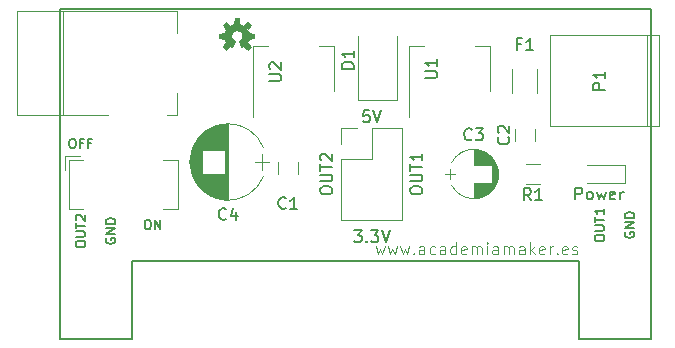
<source format=gbr>
%TF.GenerationSoftware,KiCad,Pcbnew,5.0.2-bee76a0~70~ubuntu18.04.1*%
%TF.CreationDate,2018-12-09T23:27:29+01:00*%
%TF.ProjectId,Protoboard_power_supply,50726f74-6f62-46f6-9172-645f706f7765,rev?*%
%TF.SameCoordinates,Original*%
%TF.FileFunction,Legend,Top*%
%TF.FilePolarity,Positive*%
%FSLAX46Y46*%
G04 Gerber Fmt 4.6, Leading zero omitted, Abs format (unit mm)*
G04 Created by KiCad (PCBNEW 5.0.2-bee76a0~70~ubuntu18.04.1) date dom 09 dic 2018 23:27:29 CET*
%MOMM*%
%LPD*%
G01*
G04 APERTURE LIST*
%ADD10C,0.127000*%
%ADD11C,0.120000*%
%ADD12C,0.010000*%
%ADD13C,0.150000*%
G04 APERTURE END LIST*
D10*
X143256095Y-97351904D02*
X143408476Y-97351904D01*
X143484666Y-97390000D01*
X143560857Y-97466190D01*
X143598952Y-97618571D01*
X143598952Y-97885238D01*
X143560857Y-98037619D01*
X143484666Y-98113809D01*
X143408476Y-98151904D01*
X143256095Y-98151904D01*
X143179904Y-98113809D01*
X143103714Y-98037619D01*
X143065619Y-97885238D01*
X143065619Y-97618571D01*
X143103714Y-97466190D01*
X143179904Y-97390000D01*
X143256095Y-97351904D01*
X144208476Y-97732857D02*
X143941809Y-97732857D01*
X143941809Y-98151904D02*
X143941809Y-97351904D01*
X144322761Y-97351904D01*
X144894190Y-97732857D02*
X144627523Y-97732857D01*
X144627523Y-98151904D02*
X144627523Y-97351904D01*
X145008476Y-97351904D01*
X149618761Y-104209904D02*
X149771142Y-104209904D01*
X149847333Y-104248000D01*
X149923523Y-104324190D01*
X149961619Y-104476571D01*
X149961619Y-104743238D01*
X149923523Y-104895619D01*
X149847333Y-104971809D01*
X149771142Y-105009904D01*
X149618761Y-105009904D01*
X149542571Y-104971809D01*
X149466380Y-104895619D01*
X149428285Y-104743238D01*
X149428285Y-104476571D01*
X149466380Y-104324190D01*
X149542571Y-104248000D01*
X149618761Y-104209904D01*
X150304476Y-105009904D02*
X150304476Y-104209904D01*
X150761619Y-105009904D01*
X150761619Y-104209904D01*
D11*
X168974571Y-106465714D02*
X169165047Y-107132380D01*
X169355523Y-106656190D01*
X169546000Y-107132380D01*
X169736476Y-106465714D01*
X170022190Y-106465714D02*
X170212666Y-107132380D01*
X170403142Y-106656190D01*
X170593619Y-107132380D01*
X170784095Y-106465714D01*
X171069809Y-106465714D02*
X171260285Y-107132380D01*
X171450761Y-106656190D01*
X171641238Y-107132380D01*
X171831714Y-106465714D01*
X172212666Y-107037142D02*
X172260285Y-107084761D01*
X172212666Y-107132380D01*
X172165047Y-107084761D01*
X172212666Y-107037142D01*
X172212666Y-107132380D01*
X173117428Y-107132380D02*
X173117428Y-106608571D01*
X173069809Y-106513333D01*
X172974571Y-106465714D01*
X172784095Y-106465714D01*
X172688857Y-106513333D01*
X173117428Y-107084761D02*
X173022190Y-107132380D01*
X172784095Y-107132380D01*
X172688857Y-107084761D01*
X172641238Y-106989523D01*
X172641238Y-106894285D01*
X172688857Y-106799047D01*
X172784095Y-106751428D01*
X173022190Y-106751428D01*
X173117428Y-106703809D01*
X174022190Y-107084761D02*
X173926952Y-107132380D01*
X173736476Y-107132380D01*
X173641238Y-107084761D01*
X173593619Y-107037142D01*
X173546000Y-106941904D01*
X173546000Y-106656190D01*
X173593619Y-106560952D01*
X173641238Y-106513333D01*
X173736476Y-106465714D01*
X173926952Y-106465714D01*
X174022190Y-106513333D01*
X174879333Y-107132380D02*
X174879333Y-106608571D01*
X174831714Y-106513333D01*
X174736476Y-106465714D01*
X174546000Y-106465714D01*
X174450761Y-106513333D01*
X174879333Y-107084761D02*
X174784095Y-107132380D01*
X174546000Y-107132380D01*
X174450761Y-107084761D01*
X174403142Y-106989523D01*
X174403142Y-106894285D01*
X174450761Y-106799047D01*
X174546000Y-106751428D01*
X174784095Y-106751428D01*
X174879333Y-106703809D01*
X175784095Y-107132380D02*
X175784095Y-106132380D01*
X175784095Y-107084761D02*
X175688857Y-107132380D01*
X175498380Y-107132380D01*
X175403142Y-107084761D01*
X175355523Y-107037142D01*
X175307904Y-106941904D01*
X175307904Y-106656190D01*
X175355523Y-106560952D01*
X175403142Y-106513333D01*
X175498380Y-106465714D01*
X175688857Y-106465714D01*
X175784095Y-106513333D01*
X176641238Y-107084761D02*
X176546000Y-107132380D01*
X176355523Y-107132380D01*
X176260285Y-107084761D01*
X176212666Y-106989523D01*
X176212666Y-106608571D01*
X176260285Y-106513333D01*
X176355523Y-106465714D01*
X176546000Y-106465714D01*
X176641238Y-106513333D01*
X176688857Y-106608571D01*
X176688857Y-106703809D01*
X176212666Y-106799047D01*
X177117428Y-107132380D02*
X177117428Y-106465714D01*
X177117428Y-106560952D02*
X177165047Y-106513333D01*
X177260285Y-106465714D01*
X177403142Y-106465714D01*
X177498380Y-106513333D01*
X177546000Y-106608571D01*
X177546000Y-107132380D01*
X177546000Y-106608571D02*
X177593619Y-106513333D01*
X177688857Y-106465714D01*
X177831714Y-106465714D01*
X177926952Y-106513333D01*
X177974571Y-106608571D01*
X177974571Y-107132380D01*
X178450761Y-107132380D02*
X178450761Y-106465714D01*
X178450761Y-106132380D02*
X178403142Y-106180000D01*
X178450761Y-106227619D01*
X178498380Y-106180000D01*
X178450761Y-106132380D01*
X178450761Y-106227619D01*
X179355523Y-107132380D02*
X179355523Y-106608571D01*
X179307904Y-106513333D01*
X179212666Y-106465714D01*
X179022190Y-106465714D01*
X178926952Y-106513333D01*
X179355523Y-107084761D02*
X179260285Y-107132380D01*
X179022190Y-107132380D01*
X178926952Y-107084761D01*
X178879333Y-106989523D01*
X178879333Y-106894285D01*
X178926952Y-106799047D01*
X179022190Y-106751428D01*
X179260285Y-106751428D01*
X179355523Y-106703809D01*
X179831714Y-107132380D02*
X179831714Y-106465714D01*
X179831714Y-106560952D02*
X179879333Y-106513333D01*
X179974571Y-106465714D01*
X180117428Y-106465714D01*
X180212666Y-106513333D01*
X180260285Y-106608571D01*
X180260285Y-107132380D01*
X180260285Y-106608571D02*
X180307904Y-106513333D01*
X180403142Y-106465714D01*
X180546000Y-106465714D01*
X180641238Y-106513333D01*
X180688857Y-106608571D01*
X180688857Y-107132380D01*
X181593619Y-107132380D02*
X181593619Y-106608571D01*
X181546000Y-106513333D01*
X181450761Y-106465714D01*
X181260285Y-106465714D01*
X181165047Y-106513333D01*
X181593619Y-107084761D02*
X181498380Y-107132380D01*
X181260285Y-107132380D01*
X181165047Y-107084761D01*
X181117428Y-106989523D01*
X181117428Y-106894285D01*
X181165047Y-106799047D01*
X181260285Y-106751428D01*
X181498380Y-106751428D01*
X181593619Y-106703809D01*
X182069809Y-107132380D02*
X182069809Y-106132380D01*
X182165047Y-106751428D02*
X182450761Y-107132380D01*
X182450761Y-106465714D02*
X182069809Y-106846666D01*
X183260285Y-107084761D02*
X183165047Y-107132380D01*
X182974571Y-107132380D01*
X182879333Y-107084761D01*
X182831714Y-106989523D01*
X182831714Y-106608571D01*
X182879333Y-106513333D01*
X182974571Y-106465714D01*
X183165047Y-106465714D01*
X183260285Y-106513333D01*
X183307904Y-106608571D01*
X183307904Y-106703809D01*
X182831714Y-106799047D01*
X183736476Y-107132380D02*
X183736476Y-106465714D01*
X183736476Y-106656190D02*
X183784095Y-106560952D01*
X183831714Y-106513333D01*
X183926952Y-106465714D01*
X184022190Y-106465714D01*
X184355523Y-107037142D02*
X184403142Y-107084761D01*
X184355523Y-107132380D01*
X184307904Y-107084761D01*
X184355523Y-107037142D01*
X184355523Y-107132380D01*
X185212666Y-107084761D02*
X185117428Y-107132380D01*
X184926952Y-107132380D01*
X184831714Y-107084761D01*
X184784095Y-106989523D01*
X184784095Y-106608571D01*
X184831714Y-106513333D01*
X184926952Y-106465714D01*
X185117428Y-106465714D01*
X185212666Y-106513333D01*
X185260285Y-106608571D01*
X185260285Y-106703809D01*
X184784095Y-106799047D01*
X185641238Y-107084761D02*
X185736476Y-107132380D01*
X185926952Y-107132380D01*
X186022190Y-107084761D01*
X186069809Y-106989523D01*
X186069809Y-106941904D01*
X186022190Y-106846666D01*
X185926952Y-106799047D01*
X185784095Y-106799047D01*
X185688857Y-106751428D01*
X185641238Y-106656190D01*
X185641238Y-106608571D01*
X185688857Y-106513333D01*
X185784095Y-106465714D01*
X185926952Y-106465714D01*
X186022190Y-106513333D01*
D10*
X171918380Y-101806190D02*
X171918380Y-101615714D01*
X171966000Y-101520476D01*
X172061238Y-101425238D01*
X172251714Y-101377619D01*
X172585047Y-101377619D01*
X172775523Y-101425238D01*
X172870761Y-101520476D01*
X172918380Y-101615714D01*
X172918380Y-101806190D01*
X172870761Y-101901428D01*
X172775523Y-101996666D01*
X172585047Y-102044285D01*
X172251714Y-102044285D01*
X172061238Y-101996666D01*
X171966000Y-101901428D01*
X171918380Y-101806190D01*
X171918380Y-100949047D02*
X172727904Y-100949047D01*
X172823142Y-100901428D01*
X172870761Y-100853809D01*
X172918380Y-100758571D01*
X172918380Y-100568095D01*
X172870761Y-100472857D01*
X172823142Y-100425238D01*
X172727904Y-100377619D01*
X171918380Y-100377619D01*
X171918380Y-100044285D02*
X171918380Y-99472857D01*
X172918380Y-99758571D02*
X171918380Y-99758571D01*
X172918380Y-98615714D02*
X172918380Y-99187142D01*
X172918380Y-98901428D02*
X171918380Y-98901428D01*
X172061238Y-98996666D01*
X172156476Y-99091904D01*
X172204095Y-99187142D01*
X164298380Y-101806190D02*
X164298380Y-101615714D01*
X164346000Y-101520476D01*
X164441238Y-101425238D01*
X164631714Y-101377619D01*
X164965047Y-101377619D01*
X165155523Y-101425238D01*
X165250761Y-101520476D01*
X165298380Y-101615714D01*
X165298380Y-101806190D01*
X165250761Y-101901428D01*
X165155523Y-101996666D01*
X164965047Y-102044285D01*
X164631714Y-102044285D01*
X164441238Y-101996666D01*
X164346000Y-101901428D01*
X164298380Y-101806190D01*
X164298380Y-100949047D02*
X165107904Y-100949047D01*
X165203142Y-100901428D01*
X165250761Y-100853809D01*
X165298380Y-100758571D01*
X165298380Y-100568095D01*
X165250761Y-100472857D01*
X165203142Y-100425238D01*
X165107904Y-100377619D01*
X164298380Y-100377619D01*
X164298380Y-100044285D02*
X164298380Y-99472857D01*
X165298380Y-99758571D02*
X164298380Y-99758571D01*
X164393619Y-99187142D02*
X164346000Y-99139523D01*
X164298380Y-99044285D01*
X164298380Y-98806190D01*
X164346000Y-98710952D01*
X164393619Y-98663333D01*
X164488857Y-98615714D01*
X164584095Y-98615714D01*
X164726952Y-98663333D01*
X165298380Y-99234761D01*
X165298380Y-98615714D01*
X168465523Y-94956380D02*
X167989333Y-94956380D01*
X167941714Y-95432571D01*
X167989333Y-95384952D01*
X168084571Y-95337333D01*
X168322666Y-95337333D01*
X168417904Y-95384952D01*
X168465523Y-95432571D01*
X168513142Y-95527809D01*
X168513142Y-95765904D01*
X168465523Y-95861142D01*
X168417904Y-95908761D01*
X168322666Y-95956380D01*
X168084571Y-95956380D01*
X167989333Y-95908761D01*
X167941714Y-95861142D01*
X168798857Y-94956380D02*
X169132190Y-95956380D01*
X169465523Y-94956380D01*
X167179809Y-105116380D02*
X167798857Y-105116380D01*
X167465523Y-105497333D01*
X167608380Y-105497333D01*
X167703619Y-105544952D01*
X167751238Y-105592571D01*
X167798857Y-105687809D01*
X167798857Y-105925904D01*
X167751238Y-106021142D01*
X167703619Y-106068761D01*
X167608380Y-106116380D01*
X167322666Y-106116380D01*
X167227428Y-106068761D01*
X167179809Y-106021142D01*
X168227428Y-106021142D02*
X168275047Y-106068761D01*
X168227428Y-106116380D01*
X168179809Y-106068761D01*
X168227428Y-106021142D01*
X168227428Y-106116380D01*
X168608380Y-105116380D02*
X169227428Y-105116380D01*
X168894095Y-105497333D01*
X169036952Y-105497333D01*
X169132190Y-105544952D01*
X169179809Y-105592571D01*
X169227428Y-105687809D01*
X169227428Y-105925904D01*
X169179809Y-106021142D01*
X169132190Y-106068761D01*
X169036952Y-106116380D01*
X168751238Y-106116380D01*
X168656000Y-106068761D01*
X168608380Y-106021142D01*
X169513142Y-105116380D02*
X169846476Y-106116380D01*
X170179809Y-105116380D01*
X143579904Y-106336952D02*
X143579904Y-106184571D01*
X143618000Y-106108380D01*
X143694190Y-106032190D01*
X143846571Y-105994095D01*
X144113238Y-105994095D01*
X144265619Y-106032190D01*
X144341809Y-106108380D01*
X144379904Y-106184571D01*
X144379904Y-106336952D01*
X144341809Y-106413142D01*
X144265619Y-106489333D01*
X144113238Y-106527428D01*
X143846571Y-106527428D01*
X143694190Y-106489333D01*
X143618000Y-106413142D01*
X143579904Y-106336952D01*
X143579904Y-105651238D02*
X144227523Y-105651238D01*
X144303714Y-105613142D01*
X144341809Y-105575047D01*
X144379904Y-105498857D01*
X144379904Y-105346476D01*
X144341809Y-105270285D01*
X144303714Y-105232190D01*
X144227523Y-105194095D01*
X143579904Y-105194095D01*
X143579904Y-104927428D02*
X143579904Y-104470285D01*
X144379904Y-104698857D02*
X143579904Y-104698857D01*
X143656095Y-104241714D02*
X143618000Y-104203619D01*
X143579904Y-104127428D01*
X143579904Y-103936952D01*
X143618000Y-103860761D01*
X143656095Y-103822666D01*
X143732285Y-103784571D01*
X143808476Y-103784571D01*
X143922761Y-103822666D01*
X144379904Y-104279809D01*
X144379904Y-103784571D01*
X146158000Y-105765523D02*
X146119904Y-105841714D01*
X146119904Y-105956000D01*
X146158000Y-106070285D01*
X146234190Y-106146476D01*
X146310380Y-106184571D01*
X146462761Y-106222666D01*
X146577047Y-106222666D01*
X146729428Y-106184571D01*
X146805619Y-106146476D01*
X146881809Y-106070285D01*
X146919904Y-105956000D01*
X146919904Y-105879809D01*
X146881809Y-105765523D01*
X146843714Y-105727428D01*
X146577047Y-105727428D01*
X146577047Y-105879809D01*
X146919904Y-105384571D02*
X146119904Y-105384571D01*
X146919904Y-104927428D01*
X146119904Y-104927428D01*
X146919904Y-104546476D02*
X146119904Y-104546476D01*
X146119904Y-104356000D01*
X146158000Y-104241714D01*
X146234190Y-104165523D01*
X146310380Y-104127428D01*
X146462761Y-104089333D01*
X146577047Y-104089333D01*
X146729428Y-104127428D01*
X146805619Y-104165523D01*
X146881809Y-104241714D01*
X146919904Y-104356000D01*
X146919904Y-104546476D01*
X187521904Y-105828952D02*
X187521904Y-105676571D01*
X187560000Y-105600380D01*
X187636190Y-105524190D01*
X187788571Y-105486095D01*
X188055238Y-105486095D01*
X188207619Y-105524190D01*
X188283809Y-105600380D01*
X188321904Y-105676571D01*
X188321904Y-105828952D01*
X188283809Y-105905142D01*
X188207619Y-105981333D01*
X188055238Y-106019428D01*
X187788571Y-106019428D01*
X187636190Y-105981333D01*
X187560000Y-105905142D01*
X187521904Y-105828952D01*
X187521904Y-105143238D02*
X188169523Y-105143238D01*
X188245714Y-105105142D01*
X188283809Y-105067047D01*
X188321904Y-104990857D01*
X188321904Y-104838476D01*
X188283809Y-104762285D01*
X188245714Y-104724190D01*
X188169523Y-104686095D01*
X187521904Y-104686095D01*
X187521904Y-104419428D02*
X187521904Y-103962285D01*
X188321904Y-104190857D02*
X187521904Y-104190857D01*
X188321904Y-103276571D02*
X188321904Y-103733714D01*
X188321904Y-103505142D02*
X187521904Y-103505142D01*
X187636190Y-103581333D01*
X187712380Y-103657523D01*
X187750476Y-103733714D01*
X190100000Y-105257523D02*
X190061904Y-105333714D01*
X190061904Y-105448000D01*
X190100000Y-105562285D01*
X190176190Y-105638476D01*
X190252380Y-105676571D01*
X190404761Y-105714666D01*
X190519047Y-105714666D01*
X190671428Y-105676571D01*
X190747619Y-105638476D01*
X190823809Y-105562285D01*
X190861904Y-105448000D01*
X190861904Y-105371809D01*
X190823809Y-105257523D01*
X190785714Y-105219428D01*
X190519047Y-105219428D01*
X190519047Y-105371809D01*
X190861904Y-104876571D02*
X190061904Y-104876571D01*
X190861904Y-104419428D01*
X190061904Y-104419428D01*
X190861904Y-104038476D02*
X190061904Y-104038476D01*
X190061904Y-103848000D01*
X190100000Y-103733714D01*
X190176190Y-103657523D01*
X190252380Y-103619428D01*
X190404761Y-103581333D01*
X190519047Y-103581333D01*
X190671428Y-103619428D01*
X190747619Y-103657523D01*
X190823809Y-103733714D01*
X190861904Y-103848000D01*
X190861904Y-104038476D01*
X148336000Y-114300000D02*
X148336000Y-107696000D01*
X192278000Y-114300000D02*
X192278000Y-86360000D01*
X186182000Y-107696000D02*
X186182000Y-114300000D01*
X142240000Y-114300000D02*
X142240000Y-86360000D01*
X148336000Y-114300000D02*
X142240000Y-114300000D01*
X186182000Y-107696000D02*
X148336000Y-107696000D01*
X192278000Y-114300000D02*
X186182000Y-114300000D01*
X142240000Y-86360000D02*
X192278000Y-86360000D01*
D11*
X162394000Y-100322000D02*
X162394000Y-99322000D01*
X160694000Y-99322000D02*
X160694000Y-100322000D01*
X182460000Y-97548000D02*
X182460000Y-96548000D01*
X180760000Y-96548000D02*
X180760000Y-97548000D01*
X179126436Y-99350830D02*
G75*
G03X175434004Y-99350000I-1846436J-979170D01*
G01*
X179126436Y-101309170D02*
G75*
G02X175434004Y-101310000I-1846436J979170D01*
G01*
X179126436Y-101309170D02*
G75*
G03X179125996Y-99350000I-1846436J979170D01*
G01*
X177280000Y-101110000D02*
X177280000Y-102380000D01*
X177280000Y-98280000D02*
X177280000Y-99550000D01*
X177320000Y-98280000D02*
X177320000Y-99550000D01*
X177320000Y-101110000D02*
X177320000Y-102380000D01*
X177360000Y-98281000D02*
X177360000Y-99550000D01*
X177360000Y-101110000D02*
X177360000Y-102379000D01*
X177400000Y-98283000D02*
X177400000Y-99550000D01*
X177400000Y-101110000D02*
X177400000Y-102377000D01*
X177440000Y-98286000D02*
X177440000Y-99550000D01*
X177440000Y-101110000D02*
X177440000Y-102374000D01*
X177480000Y-98289000D02*
X177480000Y-99550000D01*
X177480000Y-101110000D02*
X177480000Y-102371000D01*
X177520000Y-98293000D02*
X177520000Y-99550000D01*
X177520000Y-101110000D02*
X177520000Y-102367000D01*
X177560000Y-98298000D02*
X177560000Y-99550000D01*
X177560000Y-101110000D02*
X177560000Y-102362000D01*
X177600000Y-98304000D02*
X177600000Y-99550000D01*
X177600000Y-101110000D02*
X177600000Y-102356000D01*
X177640000Y-98311000D02*
X177640000Y-99550000D01*
X177640000Y-101110000D02*
X177640000Y-102349000D01*
X177680000Y-98318000D02*
X177680000Y-99550000D01*
X177680000Y-101110000D02*
X177680000Y-102342000D01*
X177720000Y-98326000D02*
X177720000Y-99550000D01*
X177720000Y-101110000D02*
X177720000Y-102334000D01*
X177760000Y-98335000D02*
X177760000Y-99550000D01*
X177760000Y-101110000D02*
X177760000Y-102325000D01*
X177800000Y-98345000D02*
X177800000Y-99550000D01*
X177800000Y-101110000D02*
X177800000Y-102315000D01*
X177840000Y-98356000D02*
X177840000Y-99550000D01*
X177840000Y-101110000D02*
X177840000Y-102304000D01*
X177880000Y-98367000D02*
X177880000Y-99550000D01*
X177880000Y-101110000D02*
X177880000Y-102293000D01*
X177920000Y-98380000D02*
X177920000Y-99550000D01*
X177920000Y-101110000D02*
X177920000Y-102280000D01*
X177960000Y-98393000D02*
X177960000Y-99550000D01*
X177960000Y-101110000D02*
X177960000Y-102267000D01*
X178001000Y-98407000D02*
X178001000Y-99550000D01*
X178001000Y-101110000D02*
X178001000Y-102253000D01*
X178041000Y-98423000D02*
X178041000Y-99550000D01*
X178041000Y-101110000D02*
X178041000Y-102237000D01*
X178081000Y-98439000D02*
X178081000Y-99550000D01*
X178081000Y-101110000D02*
X178081000Y-102221000D01*
X178121000Y-98456000D02*
X178121000Y-99550000D01*
X178121000Y-101110000D02*
X178121000Y-102204000D01*
X178161000Y-98474000D02*
X178161000Y-99550000D01*
X178161000Y-101110000D02*
X178161000Y-102186000D01*
X178201000Y-98493000D02*
X178201000Y-99550000D01*
X178201000Y-101110000D02*
X178201000Y-102167000D01*
X178241000Y-98513000D02*
X178241000Y-99550000D01*
X178241000Y-101110000D02*
X178241000Y-102147000D01*
X178281000Y-98534000D02*
X178281000Y-99550000D01*
X178281000Y-101110000D02*
X178281000Y-102126000D01*
X178321000Y-98557000D02*
X178321000Y-99550000D01*
X178321000Y-101110000D02*
X178321000Y-102103000D01*
X178361000Y-98580000D02*
X178361000Y-99550000D01*
X178361000Y-101110000D02*
X178361000Y-102080000D01*
X178401000Y-98605000D02*
X178401000Y-99550000D01*
X178401000Y-101110000D02*
X178401000Y-102055000D01*
X178441000Y-98631000D02*
X178441000Y-99550000D01*
X178441000Y-101110000D02*
X178441000Y-102029000D01*
X178481000Y-98658000D02*
X178481000Y-99550000D01*
X178481000Y-101110000D02*
X178481000Y-102002000D01*
X178521000Y-98687000D02*
X178521000Y-99550000D01*
X178521000Y-101110000D02*
X178521000Y-101973000D01*
X178561000Y-98717000D02*
X178561000Y-99550000D01*
X178561000Y-101110000D02*
X178561000Y-101943000D01*
X178601000Y-98749000D02*
X178601000Y-99550000D01*
X178601000Y-101110000D02*
X178601000Y-101911000D01*
X178641000Y-98783000D02*
X178641000Y-99550000D01*
X178641000Y-101110000D02*
X178641000Y-101877000D01*
X178681000Y-98818000D02*
X178681000Y-99550000D01*
X178681000Y-101110000D02*
X178681000Y-101842000D01*
X178721000Y-98855000D02*
X178721000Y-99550000D01*
X178721000Y-101110000D02*
X178721000Y-101805000D01*
X178761000Y-98894000D02*
X178761000Y-99550000D01*
X178761000Y-101110000D02*
X178761000Y-101766000D01*
X178801000Y-98935000D02*
X178801000Y-99550000D01*
X178801000Y-101110000D02*
X178801000Y-101725000D01*
X178841000Y-98979000D02*
X178841000Y-101681000D01*
X178881000Y-99025000D02*
X178881000Y-101635000D01*
X178921000Y-99074000D02*
X178921000Y-101586000D01*
X178961000Y-99126000D02*
X178961000Y-101534000D01*
X179001000Y-99182000D02*
X179001000Y-101478000D01*
X179041000Y-99242000D02*
X179041000Y-101418000D01*
X179081000Y-99307000D02*
X179081000Y-101353000D01*
X179121000Y-99378000D02*
X179121000Y-101282000D01*
X179161000Y-99456000D02*
X179161000Y-101204000D01*
X179201000Y-99544000D02*
X179201000Y-101116000D01*
X179241000Y-99644000D02*
X179241000Y-101016000D01*
X179281000Y-99763000D02*
X179281000Y-100897000D01*
X179321000Y-99915000D02*
X179321000Y-100745000D01*
X179361000Y-100165000D02*
X179361000Y-100495000D01*
X174830000Y-100330000D02*
X175730000Y-100330000D01*
X175280000Y-99880000D02*
X175280000Y-100780000D01*
X153466180Y-100493136D02*
G75*
G03X159501482Y-100494000I3017820J1179136D01*
G01*
X153466180Y-98134864D02*
G75*
G02X159501482Y-98134000I3017820J-1179136D01*
G01*
X153466180Y-98134864D02*
G75*
G03X153466518Y-100494000I3017820J-1179136D01*
G01*
X156484000Y-102514000D02*
X156484000Y-96114000D01*
X156444000Y-102514000D02*
X156444000Y-96114000D01*
X156404000Y-102514000D02*
X156404000Y-96114000D01*
X156364000Y-102512000D02*
X156364000Y-96116000D01*
X156324000Y-102511000D02*
X156324000Y-96117000D01*
X156284000Y-102508000D02*
X156284000Y-96120000D01*
X156244000Y-102506000D02*
X156244000Y-96122000D01*
X156204000Y-102502000D02*
X156204000Y-100294000D01*
X156204000Y-98334000D02*
X156204000Y-96126000D01*
X156164000Y-102499000D02*
X156164000Y-100294000D01*
X156164000Y-98334000D02*
X156164000Y-96129000D01*
X156124000Y-102494000D02*
X156124000Y-100294000D01*
X156124000Y-98334000D02*
X156124000Y-96134000D01*
X156084000Y-102490000D02*
X156084000Y-100294000D01*
X156084000Y-98334000D02*
X156084000Y-96138000D01*
X156044000Y-102484000D02*
X156044000Y-100294000D01*
X156044000Y-98334000D02*
X156044000Y-96144000D01*
X156004000Y-102479000D02*
X156004000Y-100294000D01*
X156004000Y-98334000D02*
X156004000Y-96149000D01*
X155964000Y-102472000D02*
X155964000Y-100294000D01*
X155964000Y-98334000D02*
X155964000Y-96156000D01*
X155924000Y-102466000D02*
X155924000Y-100294000D01*
X155924000Y-98334000D02*
X155924000Y-96162000D01*
X155884000Y-102458000D02*
X155884000Y-100294000D01*
X155884000Y-98334000D02*
X155884000Y-96170000D01*
X155844000Y-102451000D02*
X155844000Y-100294000D01*
X155844000Y-98334000D02*
X155844000Y-96177000D01*
X155804000Y-102442000D02*
X155804000Y-100294000D01*
X155804000Y-98334000D02*
X155804000Y-96186000D01*
X155763000Y-102433000D02*
X155763000Y-100294000D01*
X155763000Y-98334000D02*
X155763000Y-96195000D01*
X155723000Y-102424000D02*
X155723000Y-100294000D01*
X155723000Y-98334000D02*
X155723000Y-96204000D01*
X155683000Y-102414000D02*
X155683000Y-100294000D01*
X155683000Y-98334000D02*
X155683000Y-96214000D01*
X155643000Y-102404000D02*
X155643000Y-100294000D01*
X155643000Y-98334000D02*
X155643000Y-96224000D01*
X155603000Y-102393000D02*
X155603000Y-100294000D01*
X155603000Y-98334000D02*
X155603000Y-96235000D01*
X155563000Y-102381000D02*
X155563000Y-100294000D01*
X155563000Y-98334000D02*
X155563000Y-96247000D01*
X155523000Y-102369000D02*
X155523000Y-100294000D01*
X155523000Y-98334000D02*
X155523000Y-96259000D01*
X155483000Y-102356000D02*
X155483000Y-100294000D01*
X155483000Y-98334000D02*
X155483000Y-96272000D01*
X155443000Y-102343000D02*
X155443000Y-100294000D01*
X155443000Y-98334000D02*
X155443000Y-96285000D01*
X155403000Y-102329000D02*
X155403000Y-100294000D01*
X155403000Y-98334000D02*
X155403000Y-96299000D01*
X155363000Y-102315000D02*
X155363000Y-100294000D01*
X155363000Y-98334000D02*
X155363000Y-96313000D01*
X155323000Y-102300000D02*
X155323000Y-100294000D01*
X155323000Y-98334000D02*
X155323000Y-96328000D01*
X155283000Y-102284000D02*
X155283000Y-100294000D01*
X155283000Y-98334000D02*
X155283000Y-96344000D01*
X155243000Y-102268000D02*
X155243000Y-100294000D01*
X155243000Y-98334000D02*
X155243000Y-96360000D01*
X155203000Y-102251000D02*
X155203000Y-100294000D01*
X155203000Y-98334000D02*
X155203000Y-96377000D01*
X155163000Y-102233000D02*
X155163000Y-100294000D01*
X155163000Y-98334000D02*
X155163000Y-96395000D01*
X155123000Y-102215000D02*
X155123000Y-100294000D01*
X155123000Y-98334000D02*
X155123000Y-96413000D01*
X155083000Y-102196000D02*
X155083000Y-100294000D01*
X155083000Y-98334000D02*
X155083000Y-96432000D01*
X155043000Y-102177000D02*
X155043000Y-100294000D01*
X155043000Y-98334000D02*
X155043000Y-96451000D01*
X155003000Y-102157000D02*
X155003000Y-100294000D01*
X155003000Y-98334000D02*
X155003000Y-96471000D01*
X154963000Y-102136000D02*
X154963000Y-100294000D01*
X154963000Y-98334000D02*
X154963000Y-96492000D01*
X154923000Y-102114000D02*
X154923000Y-100294000D01*
X154923000Y-98334000D02*
X154923000Y-96514000D01*
X154883000Y-102092000D02*
X154883000Y-100294000D01*
X154883000Y-98334000D02*
X154883000Y-96536000D01*
X154843000Y-102069000D02*
X154843000Y-100294000D01*
X154843000Y-98334000D02*
X154843000Y-96559000D01*
X154803000Y-102045000D02*
X154803000Y-100294000D01*
X154803000Y-98334000D02*
X154803000Y-96583000D01*
X154763000Y-102020000D02*
X154763000Y-100294000D01*
X154763000Y-98334000D02*
X154763000Y-96608000D01*
X154723000Y-101995000D02*
X154723000Y-100294000D01*
X154723000Y-98334000D02*
X154723000Y-96633000D01*
X154683000Y-101968000D02*
X154683000Y-100294000D01*
X154683000Y-98334000D02*
X154683000Y-96660000D01*
X154643000Y-101941000D02*
X154643000Y-100294000D01*
X154643000Y-98334000D02*
X154643000Y-96687000D01*
X154603000Y-101913000D02*
X154603000Y-100294000D01*
X154603000Y-98334000D02*
X154603000Y-96715000D01*
X154563000Y-101884000D02*
X154563000Y-100294000D01*
X154563000Y-98334000D02*
X154563000Y-96744000D01*
X154523000Y-101854000D02*
X154523000Y-100294000D01*
X154523000Y-98334000D02*
X154523000Y-96774000D01*
X154483000Y-101824000D02*
X154483000Y-100294000D01*
X154483000Y-98334000D02*
X154483000Y-96804000D01*
X154443000Y-101792000D02*
X154443000Y-100294000D01*
X154443000Y-98334000D02*
X154443000Y-96836000D01*
X154403000Y-101759000D02*
X154403000Y-100294000D01*
X154403000Y-98334000D02*
X154403000Y-96869000D01*
X154363000Y-101725000D02*
X154363000Y-100294000D01*
X154363000Y-98334000D02*
X154363000Y-96903000D01*
X154323000Y-101689000D02*
X154323000Y-100294000D01*
X154323000Y-98334000D02*
X154323000Y-96939000D01*
X154283000Y-101653000D02*
X154283000Y-100294000D01*
X154283000Y-98334000D02*
X154283000Y-96975000D01*
X154243000Y-101615000D02*
X154243000Y-97013000D01*
X154203000Y-101576000D02*
X154203000Y-97052000D01*
X154163000Y-101536000D02*
X154163000Y-97092000D01*
X154123000Y-101494000D02*
X154123000Y-97134000D01*
X154083000Y-101451000D02*
X154083000Y-97177000D01*
X154043000Y-101406000D02*
X154043000Y-97222000D01*
X154003000Y-101359000D02*
X154003000Y-97269000D01*
X153963000Y-101311000D02*
X153963000Y-97317000D01*
X153923000Y-101260000D02*
X153923000Y-97368000D01*
X153883000Y-101208000D02*
X153883000Y-97420000D01*
X153843000Y-101153000D02*
X153843000Y-97475000D01*
X153803000Y-101095000D02*
X153803000Y-97533000D01*
X153763000Y-101035000D02*
X153763000Y-97593000D01*
X153723000Y-100972000D02*
X153723000Y-97656000D01*
X153683000Y-100905000D02*
X153683000Y-97723000D01*
X153643000Y-100834000D02*
X153643000Y-97794000D01*
X153603000Y-100759000D02*
X153603000Y-97869000D01*
X153563000Y-100678000D02*
X153563000Y-97950000D01*
X153523000Y-100592000D02*
X153523000Y-98036000D01*
X153483000Y-100498000D02*
X153483000Y-98130000D01*
X153443000Y-100395000D02*
X153443000Y-98233000D01*
X153403000Y-100280000D02*
X153403000Y-98348000D01*
X153363000Y-100148000D02*
X153363000Y-98480000D01*
X153323000Y-99990000D02*
X153323000Y-98638000D01*
X153283000Y-99782000D02*
X153283000Y-98846000D01*
X159934000Y-99314000D02*
X158734000Y-99314000D01*
X159334000Y-99964000D02*
X159334000Y-98664000D01*
X142504000Y-86532000D02*
X142504000Y-95332000D01*
X146304000Y-95332000D02*
X138604000Y-95332000D01*
X138604000Y-95332000D02*
X138604000Y-86532000D01*
X138604000Y-86532000D02*
X138804000Y-86532000D01*
X152204000Y-93482000D02*
X152204000Y-95332000D01*
X152204000Y-95332000D02*
X151354000Y-95332000D01*
X138704000Y-86532000D02*
X152204000Y-86532000D01*
X152204000Y-86532000D02*
X152204000Y-88382000D01*
X186880000Y-99580000D02*
X190080000Y-99580000D01*
X190080000Y-101080000D02*
X186880000Y-101080000D01*
X190080000Y-101080000D02*
X190080000Y-99580000D01*
X180540000Y-93456000D02*
X180540000Y-91456000D01*
X182680000Y-91456000D02*
X182680000Y-93456000D01*
X166056000Y-104200000D02*
X171256000Y-104200000D01*
X166056000Y-99060000D02*
X166056000Y-104200000D01*
X171256000Y-96460000D02*
X171256000Y-104200000D01*
X166056000Y-99060000D02*
X168656000Y-99060000D01*
X168656000Y-99060000D02*
X168656000Y-96460000D01*
X168656000Y-96460000D02*
X171256000Y-96460000D01*
X166056000Y-97790000D02*
X166056000Y-96460000D01*
X166056000Y-96460000D02*
X167386000Y-96460000D01*
X182892000Y-101210000D02*
X181692000Y-101210000D01*
X181692000Y-99450000D02*
X182892000Y-99450000D01*
X142714000Y-98818000D02*
X142714000Y-100018000D01*
X143914000Y-98818000D02*
X142714000Y-98818000D01*
X152214000Y-103318000D02*
X151014000Y-103318000D01*
X152214000Y-99118000D02*
X152214000Y-103318000D01*
X151014000Y-99118000D02*
X152214000Y-99118000D01*
X143014000Y-103318000D02*
X144214000Y-103318000D01*
X143014000Y-99118000D02*
X143014000Y-103318000D01*
X144214000Y-99118000D02*
X143014000Y-99118000D01*
X178670000Y-89530000D02*
X177410000Y-89530000D01*
X171850000Y-89530000D02*
X173110000Y-89530000D01*
X178670000Y-93290000D02*
X178670000Y-89530000D01*
X171850000Y-95540000D02*
X171850000Y-89530000D01*
X158642000Y-95540000D02*
X158642000Y-89530000D01*
X165462000Y-93290000D02*
X165462000Y-89530000D01*
X158642000Y-89530000D02*
X159902000Y-89530000D01*
X165462000Y-89530000D02*
X164202000Y-89530000D01*
X167514000Y-94078000D02*
X170814000Y-94078000D01*
X170814000Y-94078000D02*
X170814000Y-88678000D01*
X167514000Y-94078000D02*
X167514000Y-88678000D01*
X191956000Y-96306000D02*
X191956000Y-88606000D01*
X192956000Y-96306000D02*
X192956000Y-88606000D01*
X192956000Y-88606000D02*
X183756000Y-88606000D01*
X183756000Y-88606000D02*
X183756000Y-96306000D01*
X183756000Y-96306000D02*
X192956000Y-96306000D01*
D12*
G36*
X157619700Y-89598500D02*
X157772100Y-89519760D01*
X158148020Y-89827100D01*
X158407100Y-89568020D01*
X158099760Y-89192100D01*
X158178500Y-89039700D01*
X158229300Y-88877140D01*
X158714440Y-88826340D01*
X158714440Y-88465660D01*
X158229300Y-88414860D01*
X158178500Y-88252300D01*
X158099760Y-88099900D01*
X158407100Y-87723980D01*
X158148020Y-87464900D01*
X157772100Y-87772240D01*
X157619700Y-87693500D01*
X157457140Y-87642700D01*
X157406340Y-87157560D01*
X157045660Y-87157560D01*
X156994860Y-87642700D01*
X156832300Y-87693500D01*
X156679900Y-87772240D01*
X156303980Y-87464900D01*
X156044900Y-87723980D01*
X156352240Y-88099900D01*
X156273500Y-88252300D01*
X156222700Y-88414860D01*
X155737560Y-88465660D01*
X155737560Y-88826340D01*
X156222700Y-88877140D01*
X156273500Y-89039700D01*
X156352240Y-89192100D01*
X156044900Y-89568020D01*
X156303980Y-89827100D01*
X156679900Y-89519760D01*
X156832300Y-89598500D01*
X157048200Y-89077800D01*
X156951680Y-89024460D01*
X156870400Y-88948260D01*
X156809440Y-88856820D01*
X156771340Y-88755220D01*
X156758640Y-88646000D01*
X156771340Y-88536780D01*
X156811980Y-88430100D01*
X156875480Y-88338660D01*
X156959300Y-88262460D01*
X157058360Y-88211660D01*
X157165040Y-88183720D01*
X157276800Y-88181180D01*
X157386020Y-88206580D01*
X157485080Y-88257380D01*
X157571440Y-88331040D01*
X157634940Y-88422480D01*
X157678120Y-88526620D01*
X157693360Y-88635840D01*
X157683200Y-88745060D01*
X157645100Y-88851740D01*
X157584140Y-88945720D01*
X157502860Y-89021920D01*
X157403800Y-89077800D01*
X157619700Y-89598500D01*
G37*
X157619700Y-89598500D02*
X157772100Y-89519760D01*
X158148020Y-89827100D01*
X158407100Y-89568020D01*
X158099760Y-89192100D01*
X158178500Y-89039700D01*
X158229300Y-88877140D01*
X158714440Y-88826340D01*
X158714440Y-88465660D01*
X158229300Y-88414860D01*
X158178500Y-88252300D01*
X158099760Y-88099900D01*
X158407100Y-87723980D01*
X158148020Y-87464900D01*
X157772100Y-87772240D01*
X157619700Y-87693500D01*
X157457140Y-87642700D01*
X157406340Y-87157560D01*
X157045660Y-87157560D01*
X156994860Y-87642700D01*
X156832300Y-87693500D01*
X156679900Y-87772240D01*
X156303980Y-87464900D01*
X156044900Y-87723980D01*
X156352240Y-88099900D01*
X156273500Y-88252300D01*
X156222700Y-88414860D01*
X155737560Y-88465660D01*
X155737560Y-88826340D01*
X156222700Y-88877140D01*
X156273500Y-89039700D01*
X156352240Y-89192100D01*
X156044900Y-89568020D01*
X156303980Y-89827100D01*
X156679900Y-89519760D01*
X156832300Y-89598500D01*
X157048200Y-89077800D01*
X156951680Y-89024460D01*
X156870400Y-88948260D01*
X156809440Y-88856820D01*
X156771340Y-88755220D01*
X156758640Y-88646000D01*
X156771340Y-88536780D01*
X156811980Y-88430100D01*
X156875480Y-88338660D01*
X156959300Y-88262460D01*
X157058360Y-88211660D01*
X157165040Y-88183720D01*
X157276800Y-88181180D01*
X157386020Y-88206580D01*
X157485080Y-88257380D01*
X157571440Y-88331040D01*
X157634940Y-88422480D01*
X157678120Y-88526620D01*
X157693360Y-88635840D01*
X157683200Y-88745060D01*
X157645100Y-88851740D01*
X157584140Y-88945720D01*
X157502860Y-89021920D01*
X157403800Y-89077800D01*
X157619700Y-89598500D01*
D13*
X161377333Y-103207142D02*
X161329714Y-103254761D01*
X161186857Y-103302380D01*
X161091619Y-103302380D01*
X160948761Y-103254761D01*
X160853523Y-103159523D01*
X160805904Y-103064285D01*
X160758285Y-102873809D01*
X160758285Y-102730952D01*
X160805904Y-102540476D01*
X160853523Y-102445238D01*
X160948761Y-102350000D01*
X161091619Y-102302380D01*
X161186857Y-102302380D01*
X161329714Y-102350000D01*
X161377333Y-102397619D01*
X162329714Y-103302380D02*
X161758285Y-103302380D01*
X162044000Y-103302380D02*
X162044000Y-102302380D01*
X161948761Y-102445238D01*
X161853523Y-102540476D01*
X161758285Y-102588095D01*
X180217142Y-97214666D02*
X180264761Y-97262285D01*
X180312380Y-97405142D01*
X180312380Y-97500380D01*
X180264761Y-97643238D01*
X180169523Y-97738476D01*
X180074285Y-97786095D01*
X179883809Y-97833714D01*
X179740952Y-97833714D01*
X179550476Y-97786095D01*
X179455238Y-97738476D01*
X179360000Y-97643238D01*
X179312380Y-97500380D01*
X179312380Y-97405142D01*
X179360000Y-97262285D01*
X179407619Y-97214666D01*
X179407619Y-96833714D02*
X179360000Y-96786095D01*
X179312380Y-96690857D01*
X179312380Y-96452761D01*
X179360000Y-96357523D01*
X179407619Y-96309904D01*
X179502857Y-96262285D01*
X179598095Y-96262285D01*
X179740952Y-96309904D01*
X180312380Y-96881333D01*
X180312380Y-96262285D01*
X177113333Y-97377142D02*
X177065714Y-97424761D01*
X176922857Y-97472380D01*
X176827619Y-97472380D01*
X176684761Y-97424761D01*
X176589523Y-97329523D01*
X176541904Y-97234285D01*
X176494285Y-97043809D01*
X176494285Y-96900952D01*
X176541904Y-96710476D01*
X176589523Y-96615238D01*
X176684761Y-96520000D01*
X176827619Y-96472380D01*
X176922857Y-96472380D01*
X177065714Y-96520000D01*
X177113333Y-96567619D01*
X177446666Y-96472380D02*
X178065714Y-96472380D01*
X177732380Y-96853333D01*
X177875238Y-96853333D01*
X177970476Y-96900952D01*
X178018095Y-96948571D01*
X178065714Y-97043809D01*
X178065714Y-97281904D01*
X178018095Y-97377142D01*
X177970476Y-97424761D01*
X177875238Y-97472380D01*
X177589523Y-97472380D01*
X177494285Y-97424761D01*
X177446666Y-97377142D01*
X156317333Y-104131142D02*
X156269714Y-104178761D01*
X156126857Y-104226380D01*
X156031619Y-104226380D01*
X155888761Y-104178761D01*
X155793523Y-104083523D01*
X155745904Y-103988285D01*
X155698285Y-103797809D01*
X155698285Y-103654952D01*
X155745904Y-103464476D01*
X155793523Y-103369238D01*
X155888761Y-103274000D01*
X156031619Y-103226380D01*
X156126857Y-103226380D01*
X156269714Y-103274000D01*
X156317333Y-103321619D01*
X157174476Y-103559714D02*
X157174476Y-104226380D01*
X156936380Y-103178761D02*
X156698285Y-103893047D01*
X157317333Y-103893047D01*
X185903809Y-102482380D02*
X185903809Y-101482380D01*
X186284761Y-101482380D01*
X186380000Y-101530000D01*
X186427619Y-101577619D01*
X186475238Y-101672857D01*
X186475238Y-101815714D01*
X186427619Y-101910952D01*
X186380000Y-101958571D01*
X186284761Y-102006190D01*
X185903809Y-102006190D01*
X187046666Y-102482380D02*
X186951428Y-102434761D01*
X186903809Y-102387142D01*
X186856190Y-102291904D01*
X186856190Y-102006190D01*
X186903809Y-101910952D01*
X186951428Y-101863333D01*
X187046666Y-101815714D01*
X187189523Y-101815714D01*
X187284761Y-101863333D01*
X187332380Y-101910952D01*
X187380000Y-102006190D01*
X187380000Y-102291904D01*
X187332380Y-102387142D01*
X187284761Y-102434761D01*
X187189523Y-102482380D01*
X187046666Y-102482380D01*
X187713333Y-101815714D02*
X187903809Y-102482380D01*
X188094285Y-102006190D01*
X188284761Y-102482380D01*
X188475238Y-101815714D01*
X189237142Y-102434761D02*
X189141904Y-102482380D01*
X188951428Y-102482380D01*
X188856190Y-102434761D01*
X188808571Y-102339523D01*
X188808571Y-101958571D01*
X188856190Y-101863333D01*
X188951428Y-101815714D01*
X189141904Y-101815714D01*
X189237142Y-101863333D01*
X189284761Y-101958571D01*
X189284761Y-102053809D01*
X188808571Y-102149047D01*
X189713333Y-102482380D02*
X189713333Y-101815714D01*
X189713333Y-102006190D02*
X189760952Y-101910952D01*
X189808571Y-101863333D01*
X189903809Y-101815714D01*
X189999047Y-101815714D01*
X181276666Y-89336571D02*
X180943333Y-89336571D01*
X180943333Y-89860380D02*
X180943333Y-88860380D01*
X181419523Y-88860380D01*
X182324285Y-89860380D02*
X181752857Y-89860380D01*
X182038571Y-89860380D02*
X182038571Y-88860380D01*
X181943333Y-89003238D01*
X181848095Y-89098476D01*
X181752857Y-89146095D01*
X182125333Y-102560380D02*
X181792000Y-102084190D01*
X181553904Y-102560380D02*
X181553904Y-101560380D01*
X181934857Y-101560380D01*
X182030095Y-101608000D01*
X182077714Y-101655619D01*
X182125333Y-101750857D01*
X182125333Y-101893714D01*
X182077714Y-101988952D01*
X182030095Y-102036571D01*
X181934857Y-102084190D01*
X181553904Y-102084190D01*
X183077714Y-102560380D02*
X182506285Y-102560380D01*
X182792000Y-102560380D02*
X182792000Y-101560380D01*
X182696761Y-101703238D01*
X182601523Y-101798476D01*
X182506285Y-101846095D01*
X173188380Y-92201904D02*
X173997904Y-92201904D01*
X174093142Y-92154285D01*
X174140761Y-92106666D01*
X174188380Y-92011428D01*
X174188380Y-91820952D01*
X174140761Y-91725714D01*
X174093142Y-91678095D01*
X173997904Y-91630476D01*
X173188380Y-91630476D01*
X174188380Y-90630476D02*
X174188380Y-91201904D01*
X174188380Y-90916190D02*
X173188380Y-90916190D01*
X173331238Y-91011428D01*
X173426476Y-91106666D01*
X173474095Y-91201904D01*
X159980380Y-92455904D02*
X160789904Y-92455904D01*
X160885142Y-92408285D01*
X160932761Y-92360666D01*
X160980380Y-92265428D01*
X160980380Y-92074952D01*
X160932761Y-91979714D01*
X160885142Y-91932095D01*
X160789904Y-91884476D01*
X159980380Y-91884476D01*
X160075619Y-91455904D02*
X160028000Y-91408285D01*
X159980380Y-91313047D01*
X159980380Y-91074952D01*
X160028000Y-90979714D01*
X160075619Y-90932095D01*
X160170857Y-90884476D01*
X160266095Y-90884476D01*
X160408952Y-90932095D01*
X160980380Y-91503523D01*
X160980380Y-90884476D01*
X167116380Y-91416095D02*
X166116380Y-91416095D01*
X166116380Y-91178000D01*
X166164000Y-91035142D01*
X166259238Y-90939904D01*
X166354476Y-90892285D01*
X166544952Y-90844666D01*
X166687809Y-90844666D01*
X166878285Y-90892285D01*
X166973523Y-90939904D01*
X167068761Y-91035142D01*
X167116380Y-91178000D01*
X167116380Y-91416095D01*
X167116380Y-89892285D02*
X167116380Y-90463714D01*
X167116380Y-90178000D02*
X166116380Y-90178000D01*
X166259238Y-90273238D01*
X166354476Y-90368476D01*
X166402095Y-90463714D01*
X188412380Y-93194095D02*
X187412380Y-93194095D01*
X187412380Y-92813142D01*
X187460000Y-92717904D01*
X187507619Y-92670285D01*
X187602857Y-92622666D01*
X187745714Y-92622666D01*
X187840952Y-92670285D01*
X187888571Y-92717904D01*
X187936190Y-92813142D01*
X187936190Y-93194095D01*
X188412380Y-91670285D02*
X188412380Y-92241714D01*
X188412380Y-91956000D02*
X187412380Y-91956000D01*
X187555238Y-92051238D01*
X187650476Y-92146476D01*
X187698095Y-92241714D01*
M02*

</source>
